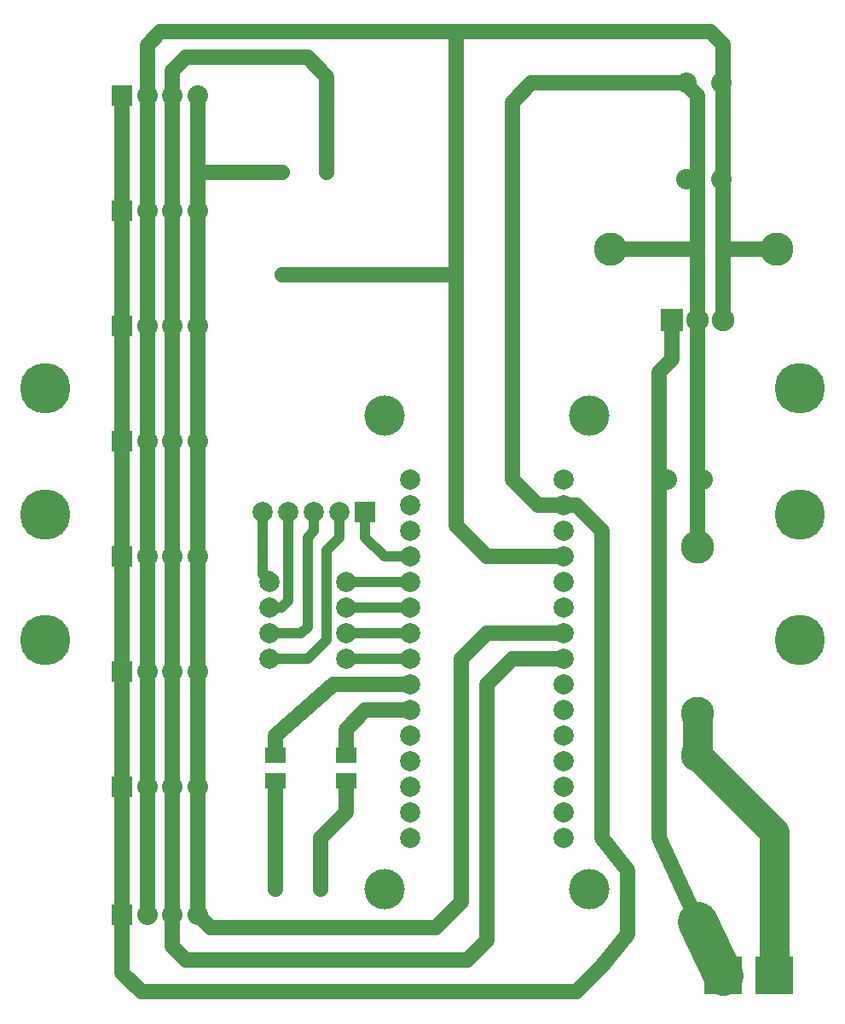
<source format=gbr>
G04 EasyPC Gerber Version 21.0.2 Build 4273 *
G04 #@! TF.Part,Single*
G04 #@! TF.FileFunction,Copper,L1,Bot *
G04 #@! TF.FilePolarity,Positive *
%FSLAX35Y35*%
%MOIN*%
G04 #@! TA.AperFunction,ComponentPad*
%ADD20R,0.07874X0.07874*%
%ADD17R,0.08000X0.08000*%
%ADD23R,0.08799X0.08799*%
%ADD72R,0.15000X0.15000*%
G04 #@! TD.AperFunction*
%ADD15C,0.01000*%
%ADD28C,0.03937*%
%ADD27C,0.05906*%
G04 #@! TA.AperFunction,ComponentPad*
%ADD22C,0.06000*%
G04 #@! TA.AperFunction,SMDPad*
%ADD12C,0.07874*%
G04 #@! TA.AperFunction,ComponentPad*
%ADD18C,0.08000*%
%ADD24C,0.08799*%
%ADD16C,0.11811*%
%ADD14C,0.12992*%
G04 #@! TA.AperFunction,SMDPad*
%ADD13C,0.15748*%
G04 #@! TA.AperFunction,ComponentPad*
%ADD71C,0.19685*%
%ADD21R,0.08000X0.06000*%
X0Y0D02*
D02*
D12*
X105600Y198100D03*
X108100Y140817D03*
Y150817D03*
Y160817D03*
Y170817D03*
X115600Y198100D03*
X125600D03*
X135600D03*
X138100Y140817D03*
Y150817D03*
Y160817D03*
Y170817D03*
X163100Y70600D03*
Y80600D03*
Y90600D03*
Y100600D03*
Y110600D03*
Y120600D03*
Y130600D03*
Y140600D03*
Y150600D03*
Y160600D03*
Y170600D03*
Y180600D03*
Y190600D03*
Y200600D03*
Y210600D03*
X223100Y70600D03*
Y80600D03*
Y90600D03*
Y100600D03*
Y110600D03*
Y120600D03*
Y130600D03*
Y140600D03*
Y150600D03*
Y160600D03*
Y170600D03*
Y180600D03*
Y190600D03*
Y200600D03*
Y210600D03*
D02*
D13*
X153100Y50600D03*
Y235600D03*
X233100Y50600D03*
Y235600D03*
X285600Y16997D02*
X275600Y38100D01*
D02*
D14*
X241561Y300600D03*
X275600Y38100D03*
Y103139D03*
Y119303D03*
Y184342D03*
X306600Y300600D03*
D02*
D15*
X275600Y215600D02*
Y210600D01*
X277490*
D02*
D16*
X275600Y119303D02*
Y103139D01*
X305600Y16997D02*
Y73139D01*
X275600Y103139*
D02*
D17*
X50600Y40600D03*
Y90600D03*
Y135600D03*
Y180600D03*
Y225600D03*
Y270600D03*
Y315600D03*
Y360600D03*
D02*
D18*
X60443Y40600D03*
Y90600D03*
Y135600D03*
Y180600D03*
Y225600D03*
Y270600D03*
Y315600D03*
Y360600D03*
X70285Y40600D03*
Y90600D03*
Y135600D03*
Y180600D03*
Y225600D03*
Y270600D03*
Y315600D03*
Y360600D03*
X80128Y40600D03*
Y90600D03*
Y135600D03*
Y180600D03*
Y225600D03*
Y270600D03*
Y315600D03*
Y360600D03*
X263710Y210600D03*
X271210Y328100D03*
Y365600D03*
X277490Y210600D03*
X284990Y328100D03*
Y365600D03*
D02*
D71*
X20600Y147923D03*
Y197135D03*
Y246348D03*
X315600Y147923D03*
Y197135D03*
Y246348D03*
D02*
D20*
X145600Y198100D03*
D02*
D21*
X110600Y93100D03*
Y103100D03*
X138100Y93100D03*
Y103100D03*
D02*
D22*
X110600Y10600D03*
Y50600D03*
X113100Y290600D03*
Y330600D03*
X128100Y10600D03*
Y50600D03*
X130600Y290600D03*
Y330600D03*
D02*
D23*
X265600Y273100D03*
D02*
D24*
X275600D03*
X285600D03*
D02*
D27*
X50600Y90600D02*
Y40600D01*
Y135600D02*
Y178100D01*
Y135600D02*
Y90600D01*
Y180600D02*
Y178100D01*
Y225600D02*
Y178100D01*
Y225600D02*
Y270600D01*
Y315600*
Y360600*
X60443Y90600D02*
Y40600D01*
Y135600D02*
Y90600D01*
Y180600D02*
Y135600D01*
Y225600D02*
Y180600D01*
Y270600D02*
Y225600D01*
Y315600D02*
Y270600D01*
Y360600D02*
Y380443D01*
X65600Y385600*
X175600*
X60443Y360600D02*
Y315600D01*
X70285Y90600D02*
Y40600D01*
Y135600D02*
Y90600D01*
Y178100D02*
Y135600D01*
Y180600D02*
Y178100D01*
Y225600D02*
Y233100D01*
Y225600D02*
Y178100D01*
Y225600D02*
Y270600D01*
Y315600*
Y360600*
Y370285*
X75600Y375600*
X123100*
X130600Y368100*
Y330600*
X80128Y90600D02*
Y40600D01*
Y135600D02*
Y90600D01*
Y178100D02*
Y135600D01*
Y180600D02*
Y178100D01*
Y225600D02*
Y178100D01*
Y225600D02*
Y270600D01*
Y315600*
Y360600*
Y330600*
X113100*
X110600Y10600D02*
X58100D01*
X50600Y18100*
Y40600*
X110600Y93100D02*
Y50600D01*
Y103100D02*
Y110600D01*
X133100Y130600*
X163100*
X113100Y290600D02*
X130600D01*
X128100Y10600D02*
X110600D01*
X138100Y93100D02*
Y80600D01*
X128100Y70600*
Y50600*
X138100Y103100D02*
Y113100D01*
X145600Y120600*
X163100*
X175600Y385600D02*
X278990D01*
X280600*
X285600Y380600*
Y300600*
X175600Y385600D02*
X181100D01*
Y377600*
Y290600*
Y192600*
X193100Y180600*
X223100*
X181100Y290600D02*
X130600D01*
X203100Y250600D02*
Y210600D01*
X213100Y200600*
X223100*
X203100Y252687D02*
Y250600D01*
X223100Y140600D02*
X203100D01*
X193100Y130600*
Y30600*
X185600Y23100*
X75600*
X70285Y28415*
Y40600*
X223100Y150600D02*
X193100D01*
X183100Y140600*
Y45600*
X173100Y35600*
X85128*
X80128Y40600*
X223100Y200600D02*
X228100D01*
X238100Y190600*
Y70600*
X248100Y58100*
Y33100*
X238100Y20600*
X228100Y10600*
X128100*
X260600Y210600D02*
Y252600D01*
X265600Y257600*
Y273100*
X263710Y210600D02*
X260600D01*
X271210Y365600D02*
X210600D01*
X203100Y358100*
Y250600*
X275600Y38100D02*
X260600Y70600D01*
Y210600*
X275600Y218100D02*
Y184342D01*
Y218100D02*
Y215600D01*
Y273100D02*
Y218100D01*
Y273100D02*
Y300600D01*
Y360600*
X271210Y364990*
Y365600*
X275600Y300600D02*
X241561D01*
X285600D02*
Y273100D01*
X306600Y300600D02*
X285600D01*
D02*
D28*
X108100Y150817D02*
Y150600D01*
X120600*
X123100Y153100*
X108100Y160817D02*
Y160600D01*
X112734*
X115600Y163466*
Y198100*
X108100Y170817D02*
Y173100D01*
X106332*
X105600Y173832*
Y198100*
X123100Y153100D02*
Y188100D01*
X125600Y190600*
Y198100*
X135600D02*
Y188100D01*
X130600Y183100*
Y148100*
X123100Y140600*
X108100*
Y140817*
X138100D02*
X163100Y140600D01*
X138100Y150817D02*
X163100Y150600D01*
X138100Y160817D02*
X163100Y160600D01*
X138100Y170817D02*
X140600D01*
X163100Y170600*
X145600Y198100D02*
Y188100D01*
X153100Y180600*
X163100*
D02*
D72*
X285600Y16997D03*
X305600D03*
X0Y0D02*
M02*

</source>
